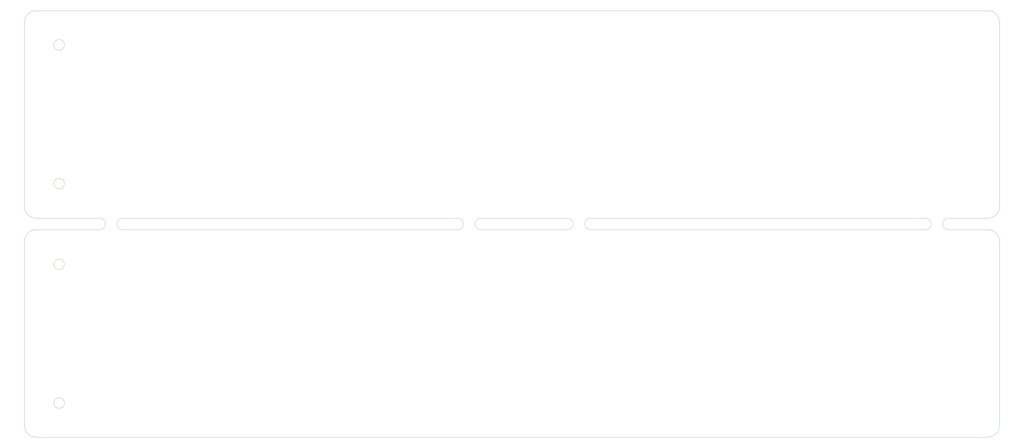
<source format=gm1>
G04 #@! TF.GenerationSoftware,KiCad,Pcbnew,7.0.7*
G04 #@! TF.CreationDate,2024-02-27T11:45:06-06:00*
G04 #@! TF.ProjectId,CapBankBreakout,43617042-616e-46b4-9272-65616b6f7574,rev?*
G04 #@! TF.SameCoordinates,Original*
G04 #@! TF.FileFunction,Profile,NP*
%FSLAX46Y46*%
G04 Gerber Fmt 4.6, Leading zero omitted, Abs format (unit mm)*
G04 Created by KiCad (PCBNEW 7.0.7) date 2024-02-27 11:45:06*
%MOMM*%
%LPD*%
G01*
G04 APERTURE LIST*
G04 #@! TA.AperFunction,Profile*
%ADD10C,0.100000*%
G04 #@! TD*
G04 APERTURE END LIST*
D10*
X495000000Y-200000000D02*
G75*
G03*
X495000000Y-195000000I0J2500000D01*
G01*
X122286000Y-275190000D02*
G75*
G03*
X122286000Y-275190000I-2286000J0D01*
G01*
X527000000Y-190000000D02*
X527000000Y-110000000D01*
X110000000Y-200000000D02*
X137500000Y-200000000D01*
X340000000Y-200000000D02*
X302500000Y-200000000D01*
X105000000Y-190000000D02*
G75*
G03*
X110000000Y-195000000I5000000J0D01*
G01*
X505000000Y-195000000D02*
G75*
G03*
X505000000Y-200000000I0J-2500000D01*
G01*
X110000000Y-105000000D02*
G75*
G03*
X105000000Y-110000000I0J-5000000D01*
G01*
X350000000Y-195000000D02*
X495000000Y-195000000D01*
X147500000Y-195000000D02*
G75*
G03*
X147500000Y-200000000I0J-2500000D01*
G01*
X122286000Y-180000000D02*
G75*
G03*
X122286000Y-180000000I-2286000J0D01*
G01*
X527000000Y-205000000D02*
X527000000Y-285000000D01*
X340000000Y-200000000D02*
G75*
G03*
X340000000Y-195000000I0J2500000D01*
G01*
X292500000Y-200000000D02*
G75*
G03*
X292500000Y-195000000I0J2500000D01*
G01*
X522000000Y-290000000D02*
X110000000Y-290000000D01*
X105000000Y-285000000D02*
G75*
G03*
X110000000Y-290000000I5000000J0D01*
G01*
X527000000Y-205000000D02*
G75*
G03*
X522000000Y-200000000I-5000000J0D01*
G01*
X505000000Y-200000000D02*
X522000000Y-200000000D01*
X122286000Y-119830000D02*
G75*
G03*
X122286000Y-119830000I-2286000J0D01*
G01*
X147500000Y-195000000D02*
X292500000Y-195000000D01*
X122286000Y-215000000D02*
G75*
G03*
X122286000Y-215000000I-2286000J0D01*
G01*
X302500000Y-195000000D02*
G75*
G03*
X302500000Y-200000000I0J-2500000D01*
G01*
X105000000Y-285000000D02*
X105000000Y-205000000D01*
X495000000Y-200000000D02*
X350000000Y-200000000D01*
X350000000Y-195000000D02*
G75*
G03*
X350000000Y-200000000I0J-2500000D01*
G01*
X137500000Y-200000000D02*
G75*
G03*
X137500000Y-195000000I0J2500000D01*
G01*
X522000000Y-105000000D02*
X110000000Y-105000000D01*
X105000000Y-110000000D02*
X105000000Y-190000000D01*
X522000000Y-290000000D02*
G75*
G03*
X527000000Y-285000000I100J4999900D01*
G01*
X527000000Y-110000000D02*
G75*
G03*
X522000000Y-105000000I-5000000J0D01*
G01*
X302500000Y-195000000D02*
X340000000Y-195000000D01*
X505000000Y-195000000D02*
X522000000Y-195000000D01*
X292500000Y-200000000D02*
X147500000Y-200000000D01*
X522000000Y-195000000D02*
G75*
G03*
X527000000Y-190000000I0J5000000D01*
G01*
X137500000Y-195000000D02*
X110000000Y-195000000D01*
X110000000Y-200000000D02*
G75*
G03*
X105000000Y-205000000I0J-5000000D01*
G01*
M02*

</source>
